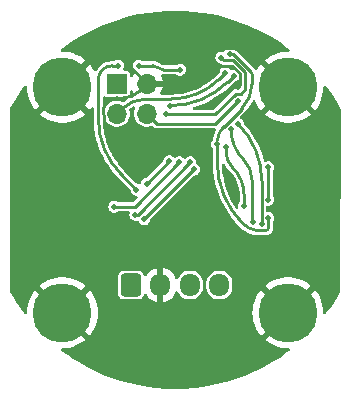
<source format=gbr>
%TF.GenerationSoftware,KiCad,Pcbnew,8.0.6-8.0.6-0~ubuntu20.04.1*%
%TF.CreationDate,2024-11-07T01:45:43+05:00*%
%TF.ProjectId,AH3,4148332e-6b69-4636-9164-5f7063625858,rev?*%
%TF.SameCoordinates,Original*%
%TF.FileFunction,Copper,L2,Bot*%
%TF.FilePolarity,Positive*%
%FSLAX46Y46*%
G04 Gerber Fmt 4.6, Leading zero omitted, Abs format (unit mm)*
G04 Created by KiCad (PCBNEW 8.0.6-8.0.6-0~ubuntu20.04.1) date 2024-11-07 01:45:43*
%MOMM*%
%LPD*%
G01*
G04 APERTURE LIST*
G04 Aperture macros list*
%AMRoundRect*
0 Rectangle with rounded corners*
0 $1 Rounding radius*
0 $2 $3 $4 $5 $6 $7 $8 $9 X,Y pos of 4 corners*
0 Add a 4 corners polygon primitive as box body*
4,1,4,$2,$3,$4,$5,$6,$7,$8,$9,$2,$3,0*
0 Add four circle primitives for the rounded corners*
1,1,$1+$1,$2,$3*
1,1,$1+$1,$4,$5*
1,1,$1+$1,$6,$7*
1,1,$1+$1,$8,$9*
0 Add four rect primitives between the rounded corners*
20,1,$1+$1,$2,$3,$4,$5,0*
20,1,$1+$1,$4,$5,$6,$7,0*
20,1,$1+$1,$6,$7,$8,$9,0*
20,1,$1+$1,$8,$9,$2,$3,0*%
G04 Aperture macros list end*
%TA.AperFunction,ComponentPad*%
%ADD10R,1.700000X1.700000*%
%TD*%
%TA.AperFunction,ComponentPad*%
%ADD11O,1.700000X1.700000*%
%TD*%
%TA.AperFunction,ComponentPad*%
%ADD12C,5.000000*%
%TD*%
%TA.AperFunction,ComponentPad*%
%ADD13RoundRect,0.250000X-0.600000X-0.725000X0.600000X-0.725000X0.600000X0.725000X-0.600000X0.725000X0*%
%TD*%
%TA.AperFunction,ComponentPad*%
%ADD14O,1.700000X1.950000*%
%TD*%
%TA.AperFunction,ViaPad*%
%ADD15C,0.500000*%
%TD*%
%TA.AperFunction,Conductor*%
%ADD16C,0.250000*%
%TD*%
G04 APERTURE END LIST*
D10*
%TO.P,J1,1,Pin_1*%
%TO.N,VDD*%
X131560000Y-86660000D03*
D11*
%TO.P,J1,2,Pin_2*%
%TO.N,GND*%
X134100000Y-86660000D03*
%TO.P,J1,3,Pin_3*%
%TO.N,/SWCLK*%
X131560000Y-89200000D03*
%TO.P,J1,4,Pin_4*%
%TO.N,/SWDIO*%
X134100000Y-89200000D03*
%TD*%
D12*
%TO.P,H2,1,1*%
%TO.N,GND*%
X146045941Y-106045941D03*
%TD*%
%TO.P,H3,1,1*%
%TO.N,GND*%
X126954058Y-106045941D03*
%TD*%
%TO.P,H4,1,1*%
%TO.N,GND*%
X146045941Y-86954058D03*
%TD*%
D13*
%TO.P,J3,1,Pin_1*%
%TO.N,VDD*%
X132750000Y-103700000D03*
D14*
%TO.P,J3,2,Pin_2*%
%TO.N,GND*%
X135250000Y-103700000D03*
%TO.P,J3,3,Pin_3*%
%TO.N,/SCL*%
X137750000Y-103700000D03*
%TO.P,J3,4,Pin_4*%
%TO.N,/SDA*%
X140250000Y-103700000D03*
%TD*%
D12*
%TO.P,H1,1,1*%
%TO.N,GND*%
X126954058Y-86954058D03*
%TD*%
D15*
%TO.N,GND*%
X141800000Y-86900000D03*
%TO.N,VDD*%
X136090000Y-88521000D03*
X141450000Y-86000000D03*
%TO.N,GND*%
X131300000Y-84350000D03*
X135875000Y-82125000D03*
X138240000Y-84330000D03*
X139100000Y-84330000D03*
X133600000Y-81900004D03*
X142350000Y-84200000D03*
X132770000Y-82470000D03*
X136680000Y-84840000D03*
X132850000Y-94080000D03*
X140980000Y-94685000D03*
%TO.N,/SCK1*%
X131350000Y-97080000D03*
X136850000Y-93300000D03*
%TO.N,/INT1*%
X133400000Y-85130000D03*
X136905000Y-85465000D03*
X133225000Y-95625000D03*
X131650000Y-85130000D03*
%TO.N,/NSS1*%
X140400000Y-84449996D03*
X134100000Y-95110000D03*
X136005000Y-93205000D03*
X135730000Y-89239998D03*
%TO.N,/MOSI1*%
X133870000Y-98120000D03*
X138100000Y-93900000D03*
%TO.N,/MISO1*%
X137790000Y-93310000D03*
X133130000Y-97770000D03*
%TO.N,/MOSI2*%
X141830000Y-90060000D03*
X143850000Y-98560000D03*
%TO.N,/NSS2*%
X144370000Y-98020000D03*
X140060000Y-91770000D03*
X141100000Y-84150000D03*
%TO.N,/SCK2*%
X140800000Y-92000000D03*
X142340624Y-97024824D03*
%TO.N,/INT2*%
X144390000Y-96480000D03*
X144380000Y-93730000D03*
%TO.N,/MISO2*%
X141230000Y-90490000D03*
X143125000Y-98370000D03*
%TO.N,/SWCLK*%
X140750000Y-85750000D03*
%TO.N,/SWDIO*%
X141800000Y-88130000D03*
%TD*%
D16*
%TO.N,GND*%
X139430000Y-84330000D02*
X140250000Y-85150000D01*
X141342463Y-85150000D02*
X141975000Y-85782537D01*
X140250000Y-85150000D02*
X141342463Y-85150000D01*
X141975000Y-85782537D02*
X141975000Y-86725000D01*
X141975000Y-86725000D02*
X141800000Y-86900000D01*
%TO.N,/NSS1*%
X139880002Y-89239998D02*
X141615558Y-87504442D01*
X135730000Y-89239998D02*
X139880002Y-89239998D01*
X140625004Y-84675000D02*
X140400000Y-84449996D01*
X141403450Y-84675000D02*
X140625004Y-84675000D01*
X142429442Y-85700992D02*
X141403450Y-84675000D01*
X142429442Y-87138326D02*
X142429442Y-85700992D01*
X142063326Y-87504442D02*
X142429442Y-87138326D01*
X141615558Y-87504442D02*
X142063326Y-87504442D01*
%TO.N,GND*%
X132008112Y-81900004D02*
X133600000Y-81900004D01*
X130674058Y-83234058D02*
X132008112Y-81900004D01*
X133930004Y-81900004D02*
X133600000Y-81900004D01*
X136680000Y-84840000D02*
X136680000Y-84650000D01*
X136680000Y-84650000D02*
X133930004Y-81900004D01*
%TO.N,VDD*%
X140936476Y-86513524D02*
X141450000Y-86000000D01*
X136090000Y-88521000D02*
G75*
G03*
X140936486Y-86513534I0J6854000D01*
G01*
%TO.N,GND*%
X135150000Y-101870000D02*
X135250000Y-101970000D01*
X135250000Y-101970000D02*
X135250000Y-103700000D01*
X146045941Y-86954058D02*
X143291883Y-84200000D01*
X139100000Y-84330000D02*
X139430000Y-84330000D01*
X141750000Y-83600000D02*
X140160000Y-83600000D01*
X134100000Y-86660000D02*
X133859624Y-86660000D01*
X146045941Y-106045941D02*
X141570000Y-101570000D01*
X126954058Y-106045941D02*
X131129999Y-101870000D01*
X131782929Y-84350000D02*
X131300000Y-84350000D01*
X134100000Y-86660000D02*
X131795000Y-84355000D01*
X131795000Y-84355000D02*
X131782929Y-84350000D01*
X142350000Y-84200000D02*
X141750000Y-83600000D01*
X141570000Y-101570000D02*
X135250000Y-101570000D01*
X143291883Y-84200000D02*
X142350000Y-84200000D01*
X140160000Y-83600000D02*
X139430000Y-84330000D01*
X134100000Y-86660000D02*
X133447401Y-87312599D01*
X138240000Y-84330000D02*
X139100000Y-84330000D01*
X132450310Y-93680310D02*
X132850000Y-94080000D01*
X130750000Y-88200000D02*
X130595863Y-88354137D01*
X131129999Y-101870000D02*
X135150000Y-101870000D01*
X138240000Y-84330000D02*
X138190000Y-84330000D01*
X135250000Y-101570000D02*
X135250000Y-103700000D01*
X132150000Y-87850000D02*
X131594974Y-87850000D01*
X130674058Y-83234058D02*
X126954058Y-86954058D01*
X131795000Y-84355000D02*
X130674058Y-83234058D01*
X133447401Y-87312599D02*
G75*
G02*
X132150000Y-87850001I-1297401J1297399D01*
G01*
X130595863Y-88354137D02*
G75*
G03*
X130419996Y-88778708I424537J-424563D01*
G01*
X131594974Y-87850000D02*
G75*
G03*
X130750007Y-88200007I26J-1195000D01*
G01*
X130420000Y-88778708D02*
G75*
G03*
X132450317Y-93680303I6931900J8D01*
G01*
%TO.N,/SCK1*%
X136850000Y-93300000D02*
X133070000Y-97080000D01*
X133070000Y-97080000D02*
X133000000Y-97080000D01*
X133000000Y-97080000D02*
X131350000Y-97080000D01*
%TO.N,/INT1*%
X130000000Y-86300000D02*
X130000000Y-89655987D01*
X136814000Y-85556000D02*
X136905000Y-85465000D01*
X131650000Y-85130000D02*
X131170000Y-85130000D01*
X133225000Y-95625000D02*
X133240000Y-95640000D01*
X135448345Y-85465000D02*
X136905000Y-85465000D01*
X131940310Y-94340310D02*
X133225000Y-95625000D01*
X133400000Y-85130000D02*
X134639584Y-85130000D01*
X131660000Y-85130000D02*
X131650000Y-85130000D01*
X134639584Y-85130000D02*
G75*
G02*
X135050005Y-85299995I16J-580400D01*
G01*
X130000000Y-89655987D02*
G75*
G03*
X131940310Y-94340310I6624600J-13D01*
G01*
X135050000Y-85300000D02*
G75*
G03*
X135448345Y-85464981I398300J398300D01*
G01*
X131170000Y-85130000D02*
G75*
G03*
X130000000Y-86300000I0J-1170000D01*
G01*
%TO.N,/NSS1*%
X134100000Y-95110000D02*
X134100001Y-95109999D01*
X134100000Y-95110000D02*
X136005000Y-93205000D01*
%TO.N,/MOSI1*%
X138100000Y-93900000D02*
X138090000Y-93900000D01*
X133870000Y-98120000D02*
X138090000Y-93900000D01*
%TO.N,/MISO1*%
X133330000Y-97770000D02*
X137790000Y-93310000D01*
X133150000Y-97770000D02*
X133330000Y-97770000D01*
X137790000Y-93310000D02*
X137800000Y-93300000D01*
%TO.N,/MOSI2*%
X143850000Y-98520710D02*
X143847935Y-98430456D01*
X143835131Y-98325627D02*
X143835131Y-94900814D01*
X143847935Y-98430456D02*
X143835131Y-98325627D01*
X143850000Y-98560000D02*
X143800000Y-98510000D01*
X143850000Y-98560000D02*
X143850000Y-98520710D01*
X143835131Y-94900814D02*
G75*
G03*
X141830004Y-90059996I-6845931J14D01*
G01*
%TO.N,/NSS2*%
X142950000Y-85685563D02*
X141414437Y-84150000D01*
X141100000Y-84150000D02*
X141400001Y-84150000D01*
X144400000Y-98850000D02*
X144400000Y-98050000D01*
X140610304Y-90301840D02*
X142142884Y-88769260D01*
X140045000Y-91755000D02*
X140060000Y-91770000D01*
X143632537Y-99085000D02*
X143501724Y-99082955D01*
X144370000Y-98020000D02*
X144370000Y-98000000D01*
X140062270Y-91624911D02*
X140060000Y-91770000D01*
X144165000Y-99085000D02*
X143632537Y-99085000D01*
X144375000Y-98025000D02*
X144370000Y-98020000D01*
X140060000Y-93285521D02*
X140060000Y-91770000D01*
X143000000Y-86700000D02*
X143000000Y-85806273D01*
X141414437Y-84150000D02*
X141100000Y-84150000D01*
X142142884Y-88769260D02*
G75*
G03*
X142999993Y-86700000I-2069284J2069260D01*
G01*
X144400000Y-98050000D02*
G75*
G03*
X144370000Y-98020000I-30000J0D01*
G01*
X143358146Y-99071192D02*
G75*
G02*
X142219821Y-98499864I262554J1942792D01*
G01*
X142219843Y-98499843D02*
G75*
G02*
X140059996Y-93285521I5214357J5214343D01*
G01*
X143358146Y-99071192D02*
X143501724Y-99082955D01*
X144165000Y-99085000D02*
G75*
G03*
X144400000Y-98850000I0J235000D01*
G01*
X140065168Y-91477879D02*
G75*
G02*
X140610331Y-90301867I1887932J-160821D01*
G01*
X143000000Y-85806273D02*
G75*
G03*
X142949985Y-85685578I-170700J-27D01*
G01*
%TO.N,/SCK2*%
X141379289Y-93779289D02*
X141350000Y-93750000D01*
X142340624Y-97024824D02*
X142338024Y-97024824D01*
X142340624Y-97024824D02*
X142340624Y-96100156D01*
X140800000Y-92422183D02*
X140800000Y-92000000D01*
X141350000Y-93750000D02*
G75*
G02*
X140800007Y-92422183I1327800J1327800D01*
G01*
X142340624Y-96100156D02*
G75*
G03*
X141379272Y-93779306I-3282224J-44D01*
G01*
%TO.N,/INT2*%
X144400000Y-93750000D02*
X144380000Y-93730000D01*
X144400000Y-96490000D02*
X144400000Y-93750000D01*
%TO.N,/MISO2*%
X142997594Y-98242594D02*
X142997594Y-94784140D01*
X141230000Y-90516792D02*
X141230000Y-90490000D01*
X143125000Y-98370000D02*
X142997594Y-98242594D01*
X141230000Y-90460000D02*
X141230000Y-90490000D01*
X142997594Y-94784140D02*
G75*
G03*
X142300012Y-93099988I-2381694J40D01*
G01*
X142300000Y-93100000D02*
G75*
G02*
X141230004Y-90516792I2583200J2583200D01*
G01*
%TO.N,/SWCLK*%
X131560000Y-89200000D02*
X131904903Y-88855097D01*
X140237953Y-86262046D02*
X140750000Y-85750000D01*
X134090000Y-87950000D02*
X136162873Y-87950000D01*
X136162873Y-87950000D02*
G75*
G03*
X140237960Y-86262053I27J5763000D01*
G01*
X131904903Y-88855097D02*
G75*
G02*
X134090000Y-87950002I2185097J-2185103D01*
G01*
%TO.N,/SWDIO*%
X139880000Y-90050000D02*
X141800000Y-88130000D01*
X134100000Y-89200000D02*
X134950000Y-90050000D01*
X141800000Y-88130000D02*
X141820000Y-88110000D01*
X134950000Y-90050000D02*
X139880000Y-90050000D01*
%TD*%
%TA.AperFunction,Conductor*%
%TO.N,GND*%
G36*
X149249702Y-86836130D02*
G01*
X149271432Y-86857595D01*
X149294700Y-86887081D01*
X149298332Y-86891923D01*
X149747868Y-87522595D01*
X149751259Y-87527605D01*
X150169514Y-88179478D01*
X150172656Y-88184649D01*
X150482983Y-88724558D01*
X150499476Y-88786366D01*
X150497423Y-104218411D01*
X150480898Y-104280243D01*
X150170413Y-104819776D01*
X150167269Y-104824943D01*
X149748791Y-105476439D01*
X149745399Y-105481447D01*
X149295643Y-106111777D01*
X149292010Y-106116614D01*
X149271380Y-106142732D01*
X149214380Y-106183139D01*
X149144582Y-106186314D01*
X149084148Y-106151250D01*
X149052265Y-106089079D01*
X149050284Y-106058660D01*
X149051025Y-106045941D01*
X149051025Y-106045937D01*
X149030705Y-105697071D01*
X149030704Y-105697060D01*
X148970026Y-105352938D01*
X148970024Y-105352929D01*
X148869795Y-105018140D01*
X148731385Y-104697270D01*
X148731379Y-104697257D01*
X148556651Y-104394618D01*
X148347973Y-104114315D01*
X148339791Y-104105643D01*
X147089619Y-105355814D01*
X146999387Y-105231621D01*
X146860261Y-105092495D01*
X146736066Y-105002261D01*
X147983121Y-103755206D01*
X147983120Y-103755205D01*
X147840460Y-103635498D01*
X147548479Y-103443460D01*
X147236201Y-103286626D01*
X147236195Y-103286624D01*
X146907810Y-103167102D01*
X146907807Y-103167101D01*
X146567769Y-103086511D01*
X146220664Y-103045941D01*
X145871218Y-103045941D01*
X145524113Y-103086511D01*
X145524111Y-103086511D01*
X145184074Y-103167101D01*
X145184071Y-103167102D01*
X144855686Y-103286624D01*
X144855680Y-103286626D01*
X144543402Y-103443460D01*
X144251421Y-103635498D01*
X144108760Y-103755205D01*
X144108759Y-103755206D01*
X145355815Y-105002261D01*
X145231621Y-105092495D01*
X145092495Y-105231621D01*
X145002261Y-105355814D01*
X143752089Y-104105642D01*
X143752088Y-104105643D01*
X143743917Y-104114304D01*
X143743913Y-104114309D01*
X143535230Y-104394618D01*
X143360502Y-104697257D01*
X143360496Y-104697270D01*
X143222086Y-105018140D01*
X143121857Y-105352929D01*
X143121855Y-105352938D01*
X143061177Y-105697060D01*
X143061176Y-105697071D01*
X143040857Y-106045937D01*
X143040857Y-106045944D01*
X143061176Y-106394810D01*
X143061177Y-106394821D01*
X143121855Y-106738943D01*
X143121857Y-106738952D01*
X143222086Y-107073741D01*
X143360496Y-107394611D01*
X143360502Y-107394624D01*
X143535230Y-107697263D01*
X143743908Y-107977566D01*
X143752089Y-107986237D01*
X145002260Y-106736065D01*
X145092495Y-106860261D01*
X145231621Y-106999387D01*
X145355814Y-107089619D01*
X144108759Y-108336674D01*
X144108760Y-108336675D01*
X144251425Y-108456386D01*
X144543402Y-108648421D01*
X144855680Y-108805255D01*
X144855686Y-108805257D01*
X145184071Y-108924779D01*
X145184074Y-108924780D01*
X145524112Y-109005370D01*
X145871217Y-109045940D01*
X145871218Y-109045941D01*
X146068480Y-109045941D01*
X146135519Y-109065626D01*
X146181274Y-109118430D01*
X146191218Y-109187588D01*
X146162193Y-109251144D01*
X146144347Y-109268023D01*
X145980193Y-109394997D01*
X145975321Y-109398580D01*
X145340463Y-109841917D01*
X145335421Y-109845258D01*
X144679695Y-110257115D01*
X144674497Y-110260205D01*
X143999491Y-110639588D01*
X143994148Y-110642422D01*
X143301431Y-110988449D01*
X143295956Y-110991019D01*
X142587199Y-111302854D01*
X142581606Y-111305154D01*
X141858462Y-111582069D01*
X141852762Y-111584093D01*
X141117032Y-111825400D01*
X141111242Y-111827145D01*
X140364545Y-112032313D01*
X140358675Y-112033772D01*
X139602925Y-112202273D01*
X139596992Y-112203445D01*
X138833893Y-112334901D01*
X138827910Y-112335782D01*
X138059317Y-112429873D01*
X138053297Y-112430461D01*
X137281055Y-112486962D01*
X137275014Y-112487257D01*
X136500889Y-112506038D01*
X136494842Y-112506037D01*
X135720743Y-112487051D01*
X135714702Y-112486755D01*
X134942455Y-112430046D01*
X134936436Y-112429456D01*
X134167864Y-112335160D01*
X134161881Y-112334277D01*
X133398845Y-112202623D01*
X133392911Y-112201450D01*
X132637173Y-112032740D01*
X132631305Y-112031279D01*
X131884697Y-111825922D01*
X131878906Y-111824176D01*
X131143203Y-111582660D01*
X131137505Y-111580634D01*
X130414466Y-111303539D01*
X130408873Y-111301238D01*
X129700174Y-110989203D01*
X129694700Y-110986631D01*
X129002101Y-110640433D01*
X128996758Y-110637598D01*
X128321829Y-110258023D01*
X128316632Y-110254931D01*
X127661030Y-109842907D01*
X127655989Y-109839565D01*
X127021249Y-109396059D01*
X127016377Y-109392475D01*
X126855547Y-109268003D01*
X126814579Y-109211405D01*
X126810713Y-109141642D01*
X126845178Y-109080864D01*
X126907030Y-109048367D01*
X126931441Y-109045941D01*
X127128781Y-109045941D01*
X127128781Y-109045940D01*
X127475885Y-109005370D01*
X127475887Y-109005370D01*
X127815924Y-108924780D01*
X127815927Y-108924779D01*
X128144312Y-108805257D01*
X128144318Y-108805255D01*
X128456596Y-108648421D01*
X128748567Y-108456390D01*
X128748568Y-108456389D01*
X128891237Y-108336675D01*
X128891238Y-108336674D01*
X127644184Y-107089620D01*
X127768378Y-106999387D01*
X127907504Y-106860261D01*
X127997736Y-106736067D01*
X129247907Y-107986238D01*
X129247909Y-107986237D01*
X129256080Y-107977577D01*
X129256091Y-107977564D01*
X129464768Y-107697263D01*
X129639496Y-107394624D01*
X129639502Y-107394611D01*
X129777912Y-107073741D01*
X129878141Y-106738952D01*
X129878143Y-106738943D01*
X129938821Y-106394821D01*
X129938822Y-106394810D01*
X129959142Y-106045944D01*
X129959142Y-106045937D01*
X129938822Y-105697071D01*
X129938821Y-105697060D01*
X129878143Y-105352938D01*
X129878141Y-105352929D01*
X129777912Y-105018140D01*
X129639502Y-104697270D01*
X129639496Y-104697257D01*
X129464768Y-104394618D01*
X129256090Y-104114315D01*
X129247908Y-104105643D01*
X127997736Y-105355814D01*
X127907504Y-105231621D01*
X127768378Y-105092495D01*
X127644183Y-105002261D01*
X128891238Y-103755206D01*
X128891237Y-103755205D01*
X128748577Y-103635498D01*
X128456596Y-103443460D01*
X128144318Y-103286626D01*
X128144312Y-103286624D01*
X127815927Y-103167102D01*
X127815924Y-103167101D01*
X127475886Y-103086511D01*
X127128781Y-103045941D01*
X126779335Y-103045941D01*
X126432230Y-103086511D01*
X126432228Y-103086511D01*
X126092191Y-103167101D01*
X126092188Y-103167102D01*
X125763803Y-103286624D01*
X125763797Y-103286626D01*
X125451519Y-103443460D01*
X125159538Y-103635498D01*
X125016877Y-103755205D01*
X125016876Y-103755206D01*
X126263932Y-105002261D01*
X126139738Y-105092495D01*
X126000612Y-105231621D01*
X125910378Y-105355814D01*
X124660206Y-104105642D01*
X124660205Y-104105643D01*
X124652034Y-104114304D01*
X124652030Y-104114309D01*
X124443347Y-104394618D01*
X124268619Y-104697257D01*
X124268613Y-104697270D01*
X124130203Y-105018140D01*
X124029974Y-105352929D01*
X124029972Y-105352938D01*
X123969294Y-105697060D01*
X123969293Y-105697071D01*
X123948974Y-106045937D01*
X123948974Y-106045945D01*
X123949705Y-106058498D01*
X123933952Y-106126568D01*
X123883897Y-106175316D01*
X123815434Y-106189263D01*
X123750298Y-106163982D01*
X123728589Y-106142542D01*
X123708120Y-106116614D01*
X123705421Y-106113195D01*
X123701803Y-106108375D01*
X123252215Y-105477926D01*
X123248830Y-105472926D01*
X123042957Y-105152231D01*
X122830497Y-104821276D01*
X122827377Y-104816143D01*
X122584951Y-104394618D01*
X122517009Y-104276481D01*
X122500500Y-104214661D01*
X122500500Y-102927135D01*
X131649500Y-102927135D01*
X131649500Y-104472870D01*
X131649501Y-104472876D01*
X131655908Y-104532483D01*
X131706202Y-104667328D01*
X131706206Y-104667335D01*
X131792452Y-104782544D01*
X131792455Y-104782547D01*
X131907664Y-104868793D01*
X131907671Y-104868797D01*
X132042517Y-104919091D01*
X132042516Y-104919091D01*
X132049444Y-104919835D01*
X132102127Y-104925500D01*
X133397872Y-104925499D01*
X133457483Y-104919091D01*
X133592331Y-104868796D01*
X133707546Y-104782546D01*
X133793796Y-104667331D01*
X133844091Y-104532483D01*
X133844091Y-104532481D01*
X133845874Y-104524938D01*
X133849117Y-104525704D01*
X133870035Y-104475172D01*
X133927419Y-104435311D01*
X133997243Y-104432802D01*
X134057340Y-104468441D01*
X134077089Y-104496662D01*
X134095379Y-104532557D01*
X134220272Y-104704459D01*
X134220276Y-104704464D01*
X134370535Y-104854723D01*
X134370540Y-104854727D01*
X134542442Y-104979620D01*
X134731782Y-105076095D01*
X134933871Y-105141757D01*
X135000000Y-105152231D01*
X135000000Y-104104145D01*
X135066657Y-104142630D01*
X135187465Y-104175000D01*
X135312535Y-104175000D01*
X135433343Y-104142630D01*
X135500000Y-104104145D01*
X135500000Y-105152230D01*
X135566126Y-105141757D01*
X135566129Y-105141757D01*
X135768217Y-105076095D01*
X135957557Y-104979620D01*
X136129459Y-104854727D01*
X136129464Y-104854723D01*
X136279723Y-104704464D01*
X136279727Y-104704459D01*
X136404620Y-104532557D01*
X136501094Y-104343219D01*
X136516768Y-104294978D01*
X136556205Y-104237302D01*
X136620563Y-104210103D01*
X136689409Y-104222016D01*
X136740886Y-104269259D01*
X136745185Y-104276999D01*
X136808768Y-104401788D01*
X136910586Y-104541928D01*
X137033072Y-104664414D01*
X137173212Y-104766232D01*
X137327555Y-104844873D01*
X137492299Y-104898402D01*
X137663389Y-104925500D01*
X137663390Y-104925500D01*
X137836610Y-104925500D01*
X137836611Y-104925500D01*
X138007701Y-104898402D01*
X138172445Y-104844873D01*
X138326788Y-104766232D01*
X138466928Y-104664414D01*
X138589414Y-104541928D01*
X138691232Y-104401788D01*
X138769873Y-104247445D01*
X138823402Y-104082701D01*
X138850500Y-103911611D01*
X138850500Y-103488389D01*
X139149500Y-103488389D01*
X139149500Y-103911611D01*
X139176598Y-104082701D01*
X139230127Y-104247445D01*
X139308768Y-104401788D01*
X139410586Y-104541928D01*
X139533072Y-104664414D01*
X139673212Y-104766232D01*
X139827555Y-104844873D01*
X139992299Y-104898402D01*
X140163389Y-104925500D01*
X140163390Y-104925500D01*
X140336610Y-104925500D01*
X140336611Y-104925500D01*
X140507701Y-104898402D01*
X140672445Y-104844873D01*
X140826788Y-104766232D01*
X140966928Y-104664414D01*
X141089414Y-104541928D01*
X141191232Y-104401788D01*
X141269873Y-104247445D01*
X141323402Y-104082701D01*
X141350500Y-103911611D01*
X141350500Y-103488389D01*
X141323402Y-103317299D01*
X141269873Y-103152555D01*
X141191232Y-102998212D01*
X141089414Y-102858072D01*
X140966928Y-102735586D01*
X140826788Y-102633768D01*
X140672445Y-102555127D01*
X140507701Y-102501598D01*
X140507699Y-102501597D01*
X140507698Y-102501597D01*
X140376271Y-102480781D01*
X140336611Y-102474500D01*
X140163389Y-102474500D01*
X140123728Y-102480781D01*
X139992302Y-102501597D01*
X139827552Y-102555128D01*
X139673211Y-102633768D01*
X139593256Y-102691859D01*
X139533072Y-102735586D01*
X139533070Y-102735588D01*
X139533069Y-102735588D01*
X139410588Y-102858069D01*
X139410588Y-102858070D01*
X139410586Y-102858072D01*
X139366859Y-102918256D01*
X139308768Y-102998211D01*
X139230128Y-103152552D01*
X139176597Y-103317302D01*
X139176185Y-103319905D01*
X139149500Y-103488389D01*
X138850500Y-103488389D01*
X138823402Y-103317299D01*
X138769873Y-103152555D01*
X138691232Y-102998212D01*
X138589414Y-102858072D01*
X138466928Y-102735586D01*
X138326788Y-102633768D01*
X138172445Y-102555127D01*
X138007701Y-102501598D01*
X138007699Y-102501597D01*
X138007698Y-102501597D01*
X137876271Y-102480781D01*
X137836611Y-102474500D01*
X137663389Y-102474500D01*
X137623728Y-102480781D01*
X137492302Y-102501597D01*
X137327552Y-102555128D01*
X137173211Y-102633768D01*
X137093256Y-102691859D01*
X137033072Y-102735586D01*
X137033070Y-102735588D01*
X137033069Y-102735588D01*
X136910588Y-102858069D01*
X136910588Y-102858070D01*
X136910586Y-102858072D01*
X136866859Y-102918256D01*
X136808768Y-102998211D01*
X136745185Y-103123000D01*
X136697210Y-103173796D01*
X136629389Y-103190591D01*
X136563254Y-103168053D01*
X136519803Y-103113338D01*
X136516768Y-103105022D01*
X136501093Y-103056778D01*
X136404620Y-102867442D01*
X136279727Y-102695540D01*
X136279723Y-102695535D01*
X136129464Y-102545276D01*
X136129459Y-102545272D01*
X135957557Y-102420379D01*
X135768215Y-102323903D01*
X135566124Y-102258241D01*
X135500000Y-102247768D01*
X135500000Y-103295854D01*
X135433343Y-103257370D01*
X135312535Y-103225000D01*
X135187465Y-103225000D01*
X135066657Y-103257370D01*
X135000000Y-103295854D01*
X135000000Y-102247768D01*
X134999999Y-102247768D01*
X134933875Y-102258241D01*
X134731784Y-102323903D01*
X134542442Y-102420379D01*
X134370540Y-102545272D01*
X134370535Y-102545276D01*
X134220276Y-102695535D01*
X134220272Y-102695540D01*
X134095377Y-102867444D01*
X134077087Y-102903339D01*
X134029112Y-102954133D01*
X133961290Y-102970927D01*
X133895156Y-102948388D01*
X133851706Y-102893672D01*
X133846976Y-102874807D01*
X133845876Y-102875068D01*
X133844092Y-102867520D01*
X133840567Y-102858070D01*
X133793796Y-102732669D01*
X133793795Y-102732668D01*
X133793793Y-102732664D01*
X133707547Y-102617455D01*
X133707544Y-102617452D01*
X133592335Y-102531206D01*
X133592328Y-102531202D01*
X133457482Y-102480908D01*
X133457483Y-102480908D01*
X133397883Y-102474501D01*
X133397881Y-102474500D01*
X133397873Y-102474500D01*
X133397864Y-102474500D01*
X132102129Y-102474500D01*
X132102123Y-102474501D01*
X132042516Y-102480908D01*
X131907671Y-102531202D01*
X131907664Y-102531206D01*
X131792455Y-102617452D01*
X131792452Y-102617455D01*
X131706206Y-102732664D01*
X131706202Y-102732671D01*
X131655908Y-102867517D01*
X131649501Y-102927116D01*
X131649500Y-102927135D01*
X122500500Y-102927135D01*
X122500500Y-88786391D01*
X122516993Y-88724599D01*
X122524577Y-88711404D01*
X122827349Y-88184638D01*
X122830485Y-88179478D01*
X122834463Y-88173279D01*
X123248745Y-87527596D01*
X123252131Y-87522595D01*
X123523603Y-87141736D01*
X123701675Y-86891912D01*
X123705279Y-86887106D01*
X123728565Y-86857596D01*
X123785547Y-86817163D01*
X123855343Y-86813955D01*
X123915794Y-86848991D01*
X123947706Y-86911147D01*
X123949698Y-86941620D01*
X123948974Y-86954052D01*
X123948974Y-86954061D01*
X123969293Y-87302927D01*
X123969294Y-87302938D01*
X124029972Y-87647060D01*
X124029974Y-87647069D01*
X124130203Y-87981858D01*
X124268613Y-88302728D01*
X124268619Y-88302741D01*
X124443347Y-88605380D01*
X124652025Y-88885683D01*
X124660206Y-88894354D01*
X125910378Y-87644183D01*
X126000612Y-87768378D01*
X126139738Y-87907504D01*
X126263931Y-87997736D01*
X125016876Y-89244791D01*
X125016877Y-89244792D01*
X125159542Y-89364503D01*
X125451519Y-89556538D01*
X125763797Y-89713372D01*
X125763803Y-89713374D01*
X126092188Y-89832896D01*
X126092191Y-89832897D01*
X126432229Y-89913487D01*
X126779334Y-89954057D01*
X126779335Y-89954058D01*
X127128781Y-89954058D01*
X127128781Y-89954057D01*
X127475885Y-89913487D01*
X127475887Y-89913487D01*
X127815924Y-89832897D01*
X127815927Y-89832896D01*
X128144312Y-89713374D01*
X128144318Y-89713372D01*
X128456596Y-89556538D01*
X128748567Y-89364507D01*
X128748568Y-89364506D01*
X128891237Y-89244792D01*
X128891238Y-89244791D01*
X127644184Y-87997736D01*
X127768378Y-87907504D01*
X127907504Y-87768378D01*
X127997736Y-87644184D01*
X129247907Y-88894355D01*
X129247909Y-88894354D01*
X129256080Y-88885694D01*
X129256091Y-88885681D01*
X129401037Y-88690986D01*
X129456859Y-88648967D01*
X129526537Y-88643798D01*
X129587949Y-88677121D01*
X129621596Y-88738355D01*
X129624500Y-88765034D01*
X129624500Y-89905999D01*
X129660170Y-90404744D01*
X129731330Y-90899681D01*
X129837613Y-91388261D01*
X129837616Y-91388271D01*
X129882182Y-91540047D01*
X129978488Y-91868036D01*
X130151140Y-92330934D01*
X130153233Y-92336544D01*
X130360937Y-92791354D01*
X130360941Y-92791361D01*
X130600577Y-93230221D01*
X130600585Y-93230234D01*
X130870896Y-93650848D01*
X130870904Y-93650858D01*
X130870908Y-93650863D01*
X130870911Y-93650868D01*
X131170563Y-94051155D01*
X131498008Y-94429045D01*
X131498022Y-94429059D01*
X132694432Y-95625469D01*
X132727917Y-95686792D01*
X132729489Y-95695502D01*
X132739834Y-95767454D01*
X132739835Y-95767457D01*
X132799623Y-95898373D01*
X132893872Y-96007143D01*
X133014947Y-96084953D01*
X133014950Y-96084954D01*
X133014949Y-96084954D01*
X133153036Y-96125499D01*
X133153038Y-96125500D01*
X133194101Y-96125500D01*
X133261140Y-96145185D01*
X133306895Y-96197989D01*
X133316839Y-96267147D01*
X133287814Y-96330703D01*
X133281782Y-96337181D01*
X132950782Y-96668181D01*
X132889459Y-96701666D01*
X132863101Y-96704500D01*
X131727874Y-96704500D01*
X131660835Y-96684815D01*
X131660834Y-96684815D01*
X131560051Y-96620046D01*
X131560050Y-96620045D01*
X131421963Y-96579500D01*
X131421961Y-96579500D01*
X131278039Y-96579500D01*
X131278036Y-96579500D01*
X131139949Y-96620045D01*
X131018873Y-96697856D01*
X130924623Y-96806626D01*
X130924622Y-96806628D01*
X130864834Y-96937543D01*
X130844353Y-97080000D01*
X130864834Y-97222456D01*
X130924622Y-97353371D01*
X130924623Y-97353373D01*
X131018872Y-97462143D01*
X131139947Y-97539953D01*
X131139950Y-97539954D01*
X131139949Y-97539954D01*
X131278036Y-97580499D01*
X131278038Y-97580500D01*
X131278039Y-97580500D01*
X131421962Y-97580500D01*
X131421962Y-97580499D01*
X131529121Y-97549035D01*
X131560050Y-97539954D01*
X131560050Y-97539953D01*
X131560053Y-97539953D01*
X131660834Y-97475184D01*
X131727874Y-97455500D01*
X132530457Y-97455500D01*
X132597496Y-97475185D01*
X132643251Y-97527989D01*
X132653195Y-97597147D01*
X132646812Y-97618883D01*
X132647333Y-97619036D01*
X132644834Y-97627542D01*
X132624353Y-97770000D01*
X132644834Y-97912456D01*
X132654899Y-97934494D01*
X132704623Y-98043373D01*
X132798872Y-98152143D01*
X132919947Y-98229953D01*
X132919950Y-98229954D01*
X132919949Y-98229954D01*
X133058036Y-98270499D01*
X133058038Y-98270500D01*
X133058039Y-98270500D01*
X133201962Y-98270500D01*
X133201962Y-98270499D01*
X133229374Y-98262451D01*
X133263358Y-98252473D01*
X133333227Y-98252473D01*
X133392005Y-98290248D01*
X133411085Y-98319937D01*
X133444623Y-98393373D01*
X133538872Y-98502143D01*
X133659947Y-98579953D01*
X133659950Y-98579954D01*
X133659949Y-98579954D01*
X133798036Y-98620499D01*
X133798038Y-98620500D01*
X133798039Y-98620500D01*
X133941962Y-98620500D01*
X133941962Y-98620499D01*
X134080053Y-98579953D01*
X134201128Y-98502143D01*
X134295377Y-98393373D01*
X134355165Y-98262457D01*
X134365509Y-98190502D01*
X134394533Y-98126949D01*
X134400552Y-98120483D01*
X138084218Y-94436819D01*
X138145541Y-94403334D01*
X138171899Y-94400500D01*
X138171962Y-94400500D01*
X138171962Y-94400499D01*
X138310053Y-94359953D01*
X138431128Y-94282143D01*
X138525377Y-94173373D01*
X138585165Y-94042457D01*
X138605647Y-93900000D01*
X138585165Y-93757543D01*
X138525377Y-93626627D01*
X138431128Y-93517857D01*
X138346788Y-93463655D01*
X138301034Y-93410852D01*
X138291090Y-93341693D01*
X138293153Y-93327343D01*
X138295647Y-93310000D01*
X138275165Y-93167543D01*
X138215377Y-93036627D01*
X138121128Y-92927857D01*
X138000053Y-92850047D01*
X138000051Y-92850046D01*
X138000049Y-92850045D01*
X138000050Y-92850045D01*
X137861963Y-92809500D01*
X137861961Y-92809500D01*
X137718039Y-92809500D01*
X137718036Y-92809500D01*
X137579949Y-92850045D01*
X137458872Y-92927857D01*
X137458869Y-92927859D01*
X137418044Y-92974974D01*
X137359266Y-93012748D01*
X137289396Y-93012748D01*
X137230619Y-92974973D01*
X137181129Y-92917858D01*
X137181128Y-92917857D01*
X137060053Y-92840047D01*
X137060051Y-92840046D01*
X137060049Y-92840045D01*
X137060050Y-92840045D01*
X136921963Y-92799500D01*
X136921961Y-92799500D01*
X136778039Y-92799500D01*
X136778036Y-92799500D01*
X136639949Y-92840045D01*
X136639946Y-92840046D01*
X136544754Y-92901222D01*
X136477715Y-92920906D01*
X136410676Y-92901221D01*
X136384003Y-92878108D01*
X136336129Y-92822858D01*
X136336128Y-92822857D01*
X136215053Y-92745047D01*
X136215051Y-92745046D01*
X136215049Y-92745045D01*
X136215050Y-92745045D01*
X136076963Y-92704500D01*
X136076961Y-92704500D01*
X135933039Y-92704500D01*
X135933036Y-92704500D01*
X135794949Y-92745045D01*
X135673873Y-92822856D01*
X135579623Y-92931626D01*
X135579622Y-92931628D01*
X135519835Y-93062541D01*
X135519834Y-93062546D01*
X135509489Y-93134495D01*
X135480463Y-93198051D01*
X135474432Y-93204528D01*
X134105602Y-94573360D01*
X134044279Y-94606845D01*
X134035571Y-94608416D01*
X134028041Y-94609498D01*
X133889949Y-94650045D01*
X133768873Y-94727856D01*
X133674623Y-94836626D01*
X133674622Y-94836628D01*
X133614834Y-94967543D01*
X133600672Y-95066049D01*
X133571647Y-95129605D01*
X133512869Y-95167379D01*
X133443000Y-95167379D01*
X133296965Y-95124500D01*
X133289429Y-95123417D01*
X133225874Y-95094391D01*
X133219397Y-95088360D01*
X132207416Y-94076379D01*
X132204342Y-94073194D01*
X132173284Y-94039836D01*
X131904862Y-93751531D01*
X131899067Y-93744842D01*
X131876435Y-93716758D01*
X131674652Y-93466361D01*
X131624725Y-93404405D01*
X131619420Y-93397319D01*
X131370056Y-93038168D01*
X131365270Y-93030722D01*
X131340805Y-92989489D01*
X131142153Y-92654679D01*
X131137914Y-92646915D01*
X131136371Y-92643833D01*
X130982553Y-92336544D01*
X130942200Y-92255929D01*
X130938523Y-92247877D01*
X130771199Y-91843921D01*
X130768106Y-91835627D01*
X130667307Y-91532772D01*
X130630029Y-91420770D01*
X130627537Y-91412283D01*
X130625072Y-91402627D01*
X130519404Y-90988625D01*
X130517524Y-90979982D01*
X130503036Y-90899681D01*
X130439892Y-90549690D01*
X130438633Y-90540934D01*
X130428339Y-90445185D01*
X130391891Y-90106174D01*
X130391263Y-90097380D01*
X130381872Y-89834419D01*
X130399151Y-89766722D01*
X130450289Y-89719112D01*
X130519048Y-89706707D01*
X130583600Y-89733445D01*
X130616793Y-89774723D01*
X130620328Y-89781823D01*
X130743237Y-89944581D01*
X130893958Y-90081980D01*
X130893960Y-90081982D01*
X130918800Y-90097362D01*
X131067363Y-90189348D01*
X131257544Y-90263024D01*
X131458024Y-90300500D01*
X131458026Y-90300500D01*
X131661974Y-90300500D01*
X131661976Y-90300500D01*
X131862456Y-90263024D01*
X132052637Y-90189348D01*
X132226041Y-90081981D01*
X132376764Y-89944579D01*
X132499673Y-89781821D01*
X132590582Y-89599250D01*
X132646397Y-89403083D01*
X132665215Y-89200000D01*
X132646397Y-88996917D01*
X132610498Y-88870746D01*
X132611084Y-88800881D01*
X132649351Y-88742422D01*
X132669778Y-88728288D01*
X132906059Y-88597701D01*
X132918566Y-88591678D01*
X132933606Y-88585448D01*
X133003074Y-88577980D01*
X133065553Y-88609255D01*
X133101205Y-88669344D01*
X133098711Y-88739169D01*
X133092058Y-88755280D01*
X133069423Y-88800738D01*
X133069417Y-88800752D01*
X133013602Y-88996917D01*
X132994785Y-89199999D01*
X132994785Y-89200000D01*
X133013602Y-89403082D01*
X133069417Y-89599247D01*
X133069422Y-89599260D01*
X133160327Y-89781821D01*
X133283237Y-89944581D01*
X133433958Y-90081980D01*
X133433960Y-90081982D01*
X133458800Y-90097362D01*
X133607363Y-90189348D01*
X133797544Y-90263024D01*
X133998024Y-90300500D01*
X133998026Y-90300500D01*
X134201974Y-90300500D01*
X134201976Y-90300500D01*
X134402456Y-90263024D01*
X134492556Y-90228118D01*
X134562174Y-90222256D01*
X134623914Y-90254965D01*
X134625027Y-90256064D01*
X134719438Y-90350475D01*
X134805063Y-90399911D01*
X134900564Y-90425500D01*
X134900565Y-90425500D01*
X134900566Y-90425500D01*
X139819001Y-90425500D01*
X139886040Y-90445185D01*
X139931795Y-90497989D01*
X139941739Y-90567147D01*
X139931501Y-90601651D01*
X139837766Y-90803852D01*
X139755142Y-91055101D01*
X139702250Y-91314235D01*
X139702248Y-91314250D01*
X139695814Y-91389767D01*
X139670510Y-91454893D01*
X139665977Y-91460440D01*
X139634625Y-91496623D01*
X139634622Y-91496628D01*
X139574834Y-91627543D01*
X139554353Y-91770000D01*
X139574834Y-91912456D01*
X139634622Y-92043371D01*
X139634623Y-92043373D01*
X139654212Y-92065980D01*
X139683238Y-92129534D01*
X139684500Y-92147183D01*
X139684500Y-93234156D01*
X139684496Y-93234169D01*
X139684496Y-93539225D01*
X139717681Y-94045520D01*
X139717681Y-94045522D01*
X139783911Y-94548581D01*
X139783913Y-94548592D01*
X139882899Y-95046220D01*
X139882901Y-95046230D01*
X140014225Y-95536336D01*
X140014227Y-95536343D01*
X140177322Y-96016800D01*
X140177326Y-96016811D01*
X140371496Y-96485578D01*
X140595909Y-96940644D01*
X140849602Y-97380052D01*
X140849618Y-97380077D01*
X141131502Y-97801946D01*
X141431689Y-98193158D01*
X141440384Y-98204489D01*
X141769657Y-98579954D01*
X141774937Y-98585974D01*
X141950436Y-98761473D01*
X141951359Y-98762406D01*
X142041695Y-98854675D01*
X142041699Y-98854678D01*
X142041702Y-98854681D01*
X142241282Y-99017973D01*
X142457621Y-99158308D01*
X142688091Y-99273981D01*
X142929891Y-99363587D01*
X143180085Y-99426037D01*
X143250041Y-99435492D01*
X143265152Y-99439361D01*
X143265212Y-99439100D01*
X143273853Y-99441069D01*
X143273854Y-99441069D01*
X143273857Y-99441070D01*
X143314471Y-99444378D01*
X143320989Y-99445083D01*
X143361359Y-99450539D01*
X143361366Y-99450537D01*
X143370232Y-99450463D01*
X143370234Y-99450745D01*
X143385805Y-99450202D01*
X143388192Y-99450397D01*
X143422133Y-99453178D01*
X143445981Y-99457509D01*
X143446426Y-99457636D01*
X143479231Y-99458148D01*
X143487449Y-99458551D01*
X143524687Y-99461620D01*
X143524693Y-99461618D01*
X143527763Y-99461433D01*
X143550754Y-99459266D01*
X143569684Y-99459562D01*
X143582435Y-99460500D01*
X143583102Y-99460500D01*
X143628620Y-99460500D01*
X143630558Y-99460515D01*
X143634091Y-99460570D01*
X143676097Y-99461227D01*
X143676097Y-99461226D01*
X143676753Y-99461237D01*
X143689531Y-99460500D01*
X144233787Y-99460500D01*
X144367911Y-99429887D01*
X144491861Y-99370196D01*
X144599420Y-99284420D01*
X144685196Y-99176861D01*
X144744887Y-99052911D01*
X144775500Y-98918787D01*
X144775500Y-98850000D01*
X144775500Y-98796011D01*
X144775500Y-98360711D01*
X144792760Y-98301927D01*
X144791693Y-98301440D01*
X144795084Y-98294012D01*
X144795185Y-98293672D01*
X144795188Y-98293666D01*
X144795372Y-98293378D01*
X144795377Y-98293373D01*
X144855165Y-98162457D01*
X144875647Y-98020000D01*
X144855165Y-97877543D01*
X144795377Y-97746627D01*
X144701128Y-97637857D01*
X144580053Y-97560047D01*
X144580051Y-97560046D01*
X144580049Y-97560045D01*
X144580050Y-97560045D01*
X144441963Y-97519500D01*
X144441961Y-97519500D01*
X144334631Y-97519500D01*
X144267592Y-97499815D01*
X144221837Y-97447011D01*
X144210631Y-97395500D01*
X144210631Y-97104500D01*
X144230316Y-97037461D01*
X144283120Y-96991706D01*
X144334631Y-96980500D01*
X144461962Y-96980500D01*
X144461962Y-96980499D01*
X144600053Y-96939953D01*
X144721128Y-96862143D01*
X144815377Y-96753373D01*
X144875165Y-96622457D01*
X144895647Y-96480000D01*
X144875165Y-96337543D01*
X144815377Y-96206627D01*
X144805785Y-96195557D01*
X144776762Y-96132000D01*
X144775500Y-96114356D01*
X144775500Y-94084102D01*
X144795185Y-94017063D01*
X144805034Y-94003904D01*
X144805371Y-94003378D01*
X144805377Y-94003373D01*
X144865165Y-93872457D01*
X144885647Y-93730000D01*
X144865165Y-93587543D01*
X144805377Y-93456627D01*
X144711128Y-93347857D01*
X144590053Y-93270047D01*
X144590051Y-93270046D01*
X144590049Y-93270045D01*
X144590050Y-93270045D01*
X144451963Y-93229500D01*
X144451961Y-93229500D01*
X144308039Y-93229500D01*
X144308036Y-93229500D01*
X144161437Y-93272545D01*
X144160445Y-93269167D01*
X144107889Y-93276663D01*
X144044366Y-93247566D01*
X144006658Y-93188745D01*
X144005915Y-93186092D01*
X143903378Y-92803417D01*
X143903375Y-92803407D01*
X143903375Y-92803406D01*
X143751402Y-92355708D01*
X143751394Y-92355688D01*
X143743980Y-92337789D01*
X143570462Y-91918877D01*
X143513720Y-91803816D01*
X143361343Y-91494824D01*
X143124943Y-91085366D01*
X143124927Y-91085341D01*
X142862257Y-90692228D01*
X142574434Y-90317129D01*
X142526984Y-90263023D01*
X142357310Y-90069547D01*
X142327908Y-90006166D01*
X142327801Y-90005435D01*
X142315165Y-89917543D01*
X142276508Y-89832896D01*
X142255379Y-89786630D01*
X142255376Y-89786626D01*
X142251214Y-89781823D01*
X142161128Y-89677857D01*
X142049621Y-89606196D01*
X142003867Y-89553393D01*
X141993923Y-89484234D01*
X142022948Y-89420679D01*
X142028966Y-89414214D01*
X142372080Y-89071101D01*
X142372102Y-89071088D01*
X142408408Y-89034781D01*
X142408409Y-89034782D01*
X142523109Y-88920081D01*
X142728919Y-88669299D01*
X142909156Y-88399552D01*
X143060742Y-88115952D01*
X143109703Y-88066110D01*
X143177841Y-88050649D01*
X143243520Y-88074480D01*
X143283958Y-88125293D01*
X143360496Y-88302728D01*
X143360502Y-88302741D01*
X143535230Y-88605380D01*
X143743908Y-88885683D01*
X143752089Y-88894354D01*
X145002260Y-87644182D01*
X145092495Y-87768378D01*
X145231621Y-87907504D01*
X145355814Y-87997736D01*
X144108759Y-89244791D01*
X144108760Y-89244792D01*
X144251425Y-89364503D01*
X144543402Y-89556538D01*
X144855680Y-89713372D01*
X144855686Y-89713374D01*
X145184071Y-89832896D01*
X145184074Y-89832897D01*
X145524112Y-89913487D01*
X145871217Y-89954057D01*
X145871218Y-89954058D01*
X146220664Y-89954058D01*
X146220664Y-89954057D01*
X146567768Y-89913487D01*
X146567770Y-89913487D01*
X146907807Y-89832897D01*
X146907810Y-89832896D01*
X147236195Y-89713374D01*
X147236201Y-89713372D01*
X147548479Y-89556538D01*
X147840450Y-89364507D01*
X147840451Y-89364506D01*
X147983120Y-89244792D01*
X147983121Y-89244791D01*
X146736067Y-87997736D01*
X146860261Y-87907504D01*
X146999387Y-87768378D01*
X147089620Y-87644184D01*
X148339791Y-88894355D01*
X148339792Y-88894354D01*
X148347963Y-88885694D01*
X148347974Y-88885681D01*
X148556651Y-88605380D01*
X148731379Y-88302741D01*
X148731385Y-88302728D01*
X148869795Y-87981858D01*
X148970024Y-87647069D01*
X148970026Y-87647060D01*
X149030704Y-87302938D01*
X149030705Y-87302927D01*
X149051024Y-86954062D01*
X149050300Y-86941626D01*
X149066050Y-86873555D01*
X149116102Y-86824804D01*
X149184565Y-86810853D01*
X149249702Y-86836130D01*
G37*
%TD.AperFunction*%
%TA.AperFunction,Conductor*%
G36*
X140645761Y-93423611D02*
G01*
X140679675Y-93466361D01*
X140702553Y-93513868D01*
X140773455Y-93626708D01*
X140837205Y-93728166D01*
X140980268Y-93907562D01*
X140995002Y-93926038D01*
X141045185Y-93976221D01*
X141045206Y-93976244D01*
X141067039Y-93998077D01*
X141067043Y-93998082D01*
X141108799Y-94039836D01*
X141111605Y-94042642D01*
X141115786Y-94047032D01*
X141230296Y-94173373D01*
X141301246Y-94251653D01*
X141308965Y-94261060D01*
X141471627Y-94480382D01*
X141478388Y-94490499D01*
X141618782Y-94724726D01*
X141624518Y-94735458D01*
X141741270Y-94982305D01*
X141745927Y-94993547D01*
X141837921Y-95250644D01*
X141841454Y-95262289D01*
X141907809Y-95527182D01*
X141910183Y-95539117D01*
X141950253Y-95809226D01*
X141951446Y-95821336D01*
X141964975Y-96096639D01*
X141965124Y-96102725D01*
X141965124Y-96647639D01*
X141945439Y-96714678D01*
X141934839Y-96728840D01*
X141915247Y-96751451D01*
X141915246Y-96751452D01*
X141855458Y-96882367D01*
X141834977Y-97024824D01*
X141843695Y-97085462D01*
X141833751Y-97154620D01*
X141787996Y-97207424D01*
X141720956Y-97227108D01*
X141653917Y-97207423D01*
X141619101Y-97173828D01*
X141570966Y-97104500D01*
X141549044Y-97072926D01*
X141544259Y-97065482D01*
X141293837Y-96643418D01*
X141289598Y-96635654D01*
X141261489Y-96579500D01*
X141069937Y-96196826D01*
X141066263Y-96188781D01*
X141042743Y-96132000D01*
X140878460Y-95735386D01*
X140875368Y-95727094D01*
X140812803Y-95539117D01*
X140720392Y-95261469D01*
X140717900Y-95252983D01*
X140717303Y-95250644D01*
X140596532Y-94777470D01*
X140594659Y-94768862D01*
X140507517Y-94285873D01*
X140506260Y-94277119D01*
X140504533Y-94261060D01*
X140453802Y-93789205D01*
X140453171Y-93780381D01*
X140452355Y-93757543D01*
X140444034Y-93524586D01*
X140461313Y-93456890D01*
X140512450Y-93409279D01*
X140581209Y-93396873D01*
X140645761Y-93423611D01*
G37*
%TD.AperFunction*%
%TA.AperFunction,Conductor*%
G36*
X142023655Y-86318552D02*
G01*
X142052680Y-86382108D01*
X142053942Y-86399755D01*
X142053942Y-86931427D01*
X142034257Y-86998466D01*
X142017623Y-87019108D01*
X141944108Y-87092623D01*
X141882785Y-87126108D01*
X141856427Y-87128942D01*
X141566122Y-87128942D01*
X141518370Y-87141737D01*
X141518369Y-87141736D01*
X141470624Y-87154530D01*
X141470617Y-87154533D01*
X141446684Y-87168350D01*
X141427808Y-87179249D01*
X141417726Y-87185070D01*
X141384998Y-87203964D01*
X141384993Y-87203968D01*
X139760784Y-88828179D01*
X139699461Y-88861664D01*
X139673103Y-88864498D01*
X138103036Y-88864498D01*
X138035997Y-88844813D01*
X137990242Y-88792009D01*
X137980298Y-88722851D01*
X138009323Y-88659295D01*
X138068101Y-88621521D01*
X138070943Y-88620723D01*
X138113742Y-88609255D01*
X138189720Y-88588897D01*
X138189729Y-88588894D01*
X138189730Y-88588894D01*
X138637924Y-88436753D01*
X138637922Y-88436753D01*
X138637936Y-88436749D01*
X139075240Y-88255613D01*
X139499762Y-88046264D01*
X139909683Y-87809598D01*
X140303247Y-87546628D01*
X140678770Y-87258482D01*
X141034643Y-86946392D01*
X141201993Y-86779044D01*
X141240169Y-86740868D01*
X141444399Y-86536637D01*
X141505720Y-86503154D01*
X141514436Y-86501581D01*
X141521954Y-86500500D01*
X141521961Y-86500500D01*
X141521968Y-86500498D01*
X141660050Y-86459954D01*
X141660050Y-86459953D01*
X141660053Y-86459953D01*
X141781128Y-86382143D01*
X141836230Y-86318551D01*
X141895007Y-86280778D01*
X141964877Y-86280778D01*
X142023655Y-86318552D01*
G37*
%TD.AperFunction*%
%TA.AperFunction,Conductor*%
G36*
X130568385Y-87716650D02*
G01*
X130612260Y-87745966D01*
X130612262Y-87745966D01*
X130612263Y-87745967D01*
X130685321Y-87760499D01*
X130685324Y-87760500D01*
X132378874Y-87760500D01*
X132445913Y-87780185D01*
X132491668Y-87832989D01*
X132501612Y-87902147D01*
X132472587Y-87965703D01*
X132437327Y-87993858D01*
X132306140Y-88063978D01*
X132306127Y-88063986D01*
X132127738Y-88183181D01*
X132061061Y-88204058D01*
X132014054Y-88195705D01*
X131985515Y-88184649D01*
X131862456Y-88136976D01*
X131661976Y-88099500D01*
X131458024Y-88099500D01*
X131257544Y-88136976D01*
X131257541Y-88136976D01*
X131257541Y-88136977D01*
X131067364Y-88210651D01*
X131067357Y-88210655D01*
X130893960Y-88318017D01*
X130893958Y-88318019D01*
X130743237Y-88455418D01*
X130620327Y-88618178D01*
X130610500Y-88637914D01*
X130562997Y-88689151D01*
X130495334Y-88706572D01*
X130428993Y-88684646D01*
X130385039Y-88630334D01*
X130375500Y-88582642D01*
X130375500Y-87819755D01*
X130395185Y-87752716D01*
X130447989Y-87706961D01*
X130517147Y-87697017D01*
X130568385Y-87716650D01*
G37*
%TD.AperFunction*%
%TA.AperFunction,Conductor*%
G36*
X132865703Y-87232968D02*
G01*
X132896882Y-87274277D01*
X132926398Y-87337575D01*
X132926399Y-87337577D01*
X133061894Y-87531082D01*
X133068555Y-87537743D01*
X133102040Y-87599066D01*
X133097056Y-87668758D01*
X133055184Y-87724691D01*
X133016870Y-87744084D01*
X132921039Y-87773154D01*
X132765535Y-87837566D01*
X132696065Y-87845035D01*
X132633586Y-87813760D01*
X132597934Y-87753671D01*
X132600428Y-87683846D01*
X132614980Y-87654114D01*
X132645966Y-87607740D01*
X132660500Y-87534674D01*
X132660500Y-87326681D01*
X132680185Y-87259642D01*
X132732989Y-87213887D01*
X132802147Y-87203943D01*
X132865703Y-87232968D01*
G37*
%TD.AperFunction*%
%TA.AperFunction,Conductor*%
G36*
X137277297Y-80511382D02*
G01*
X137283332Y-80511676D01*
X138055794Y-80568318D01*
X138061781Y-80568905D01*
X138830531Y-80663154D01*
X138836498Y-80664033D01*
X139599795Y-80795678D01*
X139605670Y-80796841D01*
X140361600Y-80965552D01*
X140367434Y-80967004D01*
X141114233Y-81172387D01*
X141120021Y-81174131D01*
X141855911Y-81415696D01*
X141861604Y-81417721D01*
X142584806Y-81694881D01*
X142590399Y-81697182D01*
X143299253Y-82009303D01*
X143304720Y-82011872D01*
X143997466Y-82358178D01*
X144002810Y-82361014D01*
X144677886Y-82740723D01*
X144683051Y-82743797D01*
X145338801Y-83155983D01*
X145343804Y-83159300D01*
X145978659Y-83602974D01*
X145983516Y-83606547D01*
X146145583Y-83732006D01*
X146186544Y-83788607D01*
X146190402Y-83858370D01*
X146155930Y-83919144D01*
X146094074Y-83951634D01*
X146069677Y-83954058D01*
X145871218Y-83954058D01*
X145524113Y-83994628D01*
X145524111Y-83994628D01*
X145184074Y-84075218D01*
X145184071Y-84075219D01*
X144855686Y-84194741D01*
X144855680Y-84194743D01*
X144543402Y-84351577D01*
X144251421Y-84543615D01*
X144108760Y-84663322D01*
X144108759Y-84663323D01*
X145355814Y-85910378D01*
X145231621Y-86000612D01*
X145092495Y-86139738D01*
X145002261Y-86263931D01*
X143752089Y-85013759D01*
X143752088Y-85013760D01*
X143743917Y-85022421D01*
X143743913Y-85022426D01*
X143535233Y-85302732D01*
X143455838Y-85440247D01*
X143405271Y-85488462D01*
X143336663Y-85501684D01*
X143271799Y-85475716D01*
X143257986Y-85462190D01*
X143257832Y-85462345D01*
X143217424Y-85421949D01*
X143217424Y-85421948D01*
X143217410Y-85421936D01*
X141645000Y-83849526D01*
X141644999Y-83849525D01*
X141559375Y-83800090D01*
X141511623Y-83787295D01*
X141511621Y-83787294D01*
X141511619Y-83787293D01*
X141463870Y-83774499D01*
X141463192Y-83774410D01*
X141462252Y-83774065D01*
X141456024Y-83772397D01*
X141456173Y-83771839D01*
X141412348Y-83755788D01*
X141375341Y-83732005D01*
X141310053Y-83690047D01*
X141310051Y-83690046D01*
X141310049Y-83690045D01*
X141310050Y-83690045D01*
X141171963Y-83649500D01*
X141171961Y-83649500D01*
X141028039Y-83649500D01*
X141028036Y-83649500D01*
X140889949Y-83690045D01*
X140768873Y-83767856D01*
X140674623Y-83876626D01*
X140674621Y-83876630D01*
X140665950Y-83895616D01*
X140620194Y-83948419D01*
X140553154Y-83968102D01*
X140518223Y-83963079D01*
X140471963Y-83949496D01*
X140471961Y-83949496D01*
X140328039Y-83949496D01*
X140328036Y-83949496D01*
X140189949Y-83990041D01*
X140068873Y-84067852D01*
X139974623Y-84176622D01*
X139974622Y-84176624D01*
X139914834Y-84307539D01*
X139894353Y-84449996D01*
X139914834Y-84592452D01*
X139950270Y-84670045D01*
X139974623Y-84723369D01*
X140068872Y-84832139D01*
X140189947Y-84909949D01*
X140189950Y-84909950D01*
X140189949Y-84909950D01*
X140292548Y-84940075D01*
X140328039Y-84950496D01*
X140328043Y-84950496D01*
X140336816Y-84951758D01*
X140336300Y-84955342D01*
X140386835Y-84970181D01*
X140394016Y-84975230D01*
X140404497Y-84981281D01*
X140480067Y-85024911D01*
X140556873Y-85045490D01*
X140616533Y-85081855D01*
X140647062Y-85144701D01*
X140638768Y-85214077D01*
X140594283Y-85267955D01*
X140559715Y-85284242D01*
X140539948Y-85290046D01*
X140418873Y-85367856D01*
X140324623Y-85476626D01*
X140324622Y-85476628D01*
X140264835Y-85607541D01*
X140264834Y-85607546D01*
X140254489Y-85679495D01*
X140225463Y-85743051D01*
X140219432Y-85749528D01*
X139974172Y-85994789D01*
X139970662Y-85998164D01*
X139665374Y-86280369D01*
X139657971Y-86286692D01*
X139333412Y-86542555D01*
X139325535Y-86548278D01*
X138981908Y-86777882D01*
X138973606Y-86782970D01*
X138613012Y-86984912D01*
X138604337Y-86989332D01*
X138229016Y-87162357D01*
X138220020Y-87166083D01*
X137832287Y-87309124D01*
X137823027Y-87312133D01*
X137425248Y-87424317D01*
X137415781Y-87426589D01*
X137010459Y-87507211D01*
X137000842Y-87508735D01*
X136590402Y-87557312D01*
X136580696Y-87558075D01*
X136165054Y-87574404D01*
X136160186Y-87574500D01*
X135345908Y-87574500D01*
X135278869Y-87554815D01*
X135233114Y-87502011D01*
X135223170Y-87432853D01*
X135244333Y-87379377D01*
X135273597Y-87337583D01*
X135273599Y-87337579D01*
X135373429Y-87123492D01*
X135373432Y-87123486D01*
X135430636Y-86910000D01*
X134533012Y-86910000D01*
X134565925Y-86852993D01*
X134600000Y-86725826D01*
X134600000Y-86594174D01*
X134565925Y-86467007D01*
X134533012Y-86410000D01*
X135430636Y-86410000D01*
X135430635Y-86409999D01*
X135373432Y-86196513D01*
X135373429Y-86196507D01*
X135289681Y-86016907D01*
X135279189Y-85947829D01*
X135307709Y-85884045D01*
X135366185Y-85845806D01*
X135402050Y-85840503D01*
X135448369Y-85840500D01*
X135448378Y-85840500D01*
X136522543Y-85840500D01*
X136584540Y-85857111D01*
X136589894Y-85860202D01*
X136629648Y-85883153D01*
X136634639Y-85886195D01*
X136694947Y-85924953D01*
X136833036Y-85965499D01*
X136833038Y-85965500D01*
X136833039Y-85965500D01*
X136976962Y-85965500D01*
X136976962Y-85965499D01*
X137115053Y-85924953D01*
X137236128Y-85847143D01*
X137330377Y-85738373D01*
X137390165Y-85607457D01*
X137410647Y-85465000D01*
X137390165Y-85322543D01*
X137330377Y-85191627D01*
X137236128Y-85082857D01*
X137115053Y-85005047D01*
X137115051Y-85005046D01*
X137115049Y-85005045D01*
X137115050Y-85005045D01*
X136976963Y-84964500D01*
X136976961Y-84964500D01*
X136833039Y-84964500D01*
X136833036Y-84964500D01*
X136694949Y-85005045D01*
X136694948Y-85005046D01*
X136594166Y-85069815D01*
X136527126Y-85089500D01*
X135510974Y-85089500D01*
X135510901Y-85089495D01*
X135456441Y-85089499D01*
X135440253Y-85088439D01*
X135433553Y-85087557D01*
X135415885Y-85085232D01*
X135384624Y-85076857D01*
X135369495Y-85070592D01*
X135341452Y-85054404D01*
X135322109Y-85039562D01*
X135309912Y-85028865D01*
X135262329Y-84981281D01*
X135262327Y-84981280D01*
X135262326Y-84981279D01*
X135262325Y-84981278D01*
X135140594Y-84892837D01*
X135140590Y-84892835D01*
X135140586Y-84892832D01*
X135006524Y-84824527D01*
X134869091Y-84779875D01*
X134863422Y-84778033D01*
X134863420Y-84778032D01*
X134863421Y-84778032D01*
X134714807Y-84754498D01*
X134639574Y-84754500D01*
X133777874Y-84754500D01*
X133710835Y-84734815D01*
X133710834Y-84734815D01*
X133693024Y-84723369D01*
X133610053Y-84670047D01*
X133610052Y-84670046D01*
X133610051Y-84670046D01*
X133610050Y-84670045D01*
X133471963Y-84629500D01*
X133471961Y-84629500D01*
X133328039Y-84629500D01*
X133328036Y-84629500D01*
X133189949Y-84670045D01*
X133068873Y-84747856D01*
X132974623Y-84856626D01*
X132974622Y-84856628D01*
X132914834Y-84987543D01*
X132894353Y-85130000D01*
X132914834Y-85272456D01*
X132965770Y-85383988D01*
X132974623Y-85403373D01*
X133068872Y-85512143D01*
X133103667Y-85534504D01*
X133149422Y-85587308D01*
X133159366Y-85656466D01*
X133130341Y-85720022D01*
X133124311Y-85726500D01*
X133061887Y-85788925D01*
X133061886Y-85788926D01*
X132926400Y-85982420D01*
X132926399Y-85982422D01*
X132896882Y-86045723D01*
X132850710Y-86098162D01*
X132783516Y-86117314D01*
X132716635Y-86097098D01*
X132671300Y-86043933D01*
X132660500Y-85993318D01*
X132660500Y-85785323D01*
X132660499Y-85785321D01*
X132645967Y-85712264D01*
X132645966Y-85712260D01*
X132590601Y-85629399D01*
X132527606Y-85587308D01*
X132507739Y-85574033D01*
X132507735Y-85574032D01*
X132434677Y-85559500D01*
X132434674Y-85559500D01*
X132197024Y-85559500D01*
X132129985Y-85539815D01*
X132084230Y-85487011D01*
X132074286Y-85417853D01*
X132084230Y-85383988D01*
X132121337Y-85302735D01*
X132135165Y-85272457D01*
X132155647Y-85130000D01*
X132135165Y-84987543D01*
X132075377Y-84856627D01*
X131981128Y-84747857D01*
X131860053Y-84670047D01*
X131860051Y-84670046D01*
X131860049Y-84670045D01*
X131860050Y-84670045D01*
X131721963Y-84629500D01*
X131721961Y-84629500D01*
X131578039Y-84629500D01*
X131578036Y-84629500D01*
X131439949Y-84670045D01*
X131439948Y-84670046D01*
X131339166Y-84734815D01*
X131272126Y-84754500D01*
X131223989Y-84754500D01*
X131170000Y-84754500D01*
X131059464Y-84754500D01*
X131028003Y-84759023D01*
X130840642Y-84785961D01*
X130628517Y-84848246D01*
X130427440Y-84940075D01*
X130427417Y-84940088D01*
X130241456Y-85059598D01*
X130241450Y-85059602D01*
X130074374Y-85204374D01*
X129929602Y-85371450D01*
X129815626Y-85548801D01*
X129762822Y-85594555D01*
X129693664Y-85604499D01*
X129630108Y-85575474D01*
X129603924Y-85543761D01*
X129464768Y-85302735D01*
X129256090Y-85022432D01*
X129247908Y-85013760D01*
X127997736Y-86263931D01*
X127907504Y-86139738D01*
X127768378Y-86000612D01*
X127644183Y-85910378D01*
X128891238Y-84663323D01*
X128891237Y-84663322D01*
X128748577Y-84543615D01*
X128456596Y-84351577D01*
X128144318Y-84194743D01*
X128144312Y-84194741D01*
X127815927Y-84075219D01*
X127815924Y-84075218D01*
X127475886Y-83994628D01*
X127128781Y-83954058D01*
X126930324Y-83954058D01*
X126863285Y-83934373D01*
X126817530Y-83881569D01*
X126807586Y-83812411D01*
X126836611Y-83748855D01*
X126854419Y-83732005D01*
X126963575Y-83647504D01*
X127016487Y-83606544D01*
X127021320Y-83602988D01*
X127656195Y-83159300D01*
X127661179Y-83155995D01*
X128316966Y-82743786D01*
X128322094Y-82740733D01*
X128997198Y-82361009D01*
X129002524Y-82358182D01*
X129695303Y-82011860D01*
X129700730Y-82009310D01*
X130409614Y-81697176D01*
X130415177Y-81694887D01*
X131138415Y-81417713D01*
X131144075Y-81415701D01*
X131879989Y-81174128D01*
X131885750Y-81172391D01*
X132632574Y-80967001D01*
X132638389Y-80965554D01*
X133394336Y-80796839D01*
X133400196Y-80795680D01*
X134163507Y-80664032D01*
X134169462Y-80663155D01*
X134938222Y-80568904D01*
X134944201Y-80568319D01*
X135716669Y-80511676D01*
X135722700Y-80511382D01*
X136497009Y-80492487D01*
X136502991Y-80492487D01*
X137277297Y-80511382D01*
G37*
%TD.AperFunction*%
%TA.AperFunction,Conductor*%
G36*
X141263590Y-85070185D02*
G01*
X141284232Y-85086819D01*
X141485232Y-85287819D01*
X141518717Y-85349142D01*
X141513733Y-85418834D01*
X141471861Y-85474767D01*
X141406397Y-85499184D01*
X141397551Y-85499500D01*
X141378039Y-85499500D01*
X141336768Y-85511617D01*
X141308742Y-85519847D01*
X141238872Y-85519846D01*
X141180095Y-85482072D01*
X141175376Y-85476626D01*
X141081128Y-85367857D01*
X140960053Y-85290047D01*
X140960052Y-85290046D01*
X140960051Y-85290046D01*
X140954023Y-85287293D01*
X140901221Y-85241536D01*
X140881538Y-85174496D01*
X140901224Y-85107458D01*
X140954030Y-85061704D01*
X141005538Y-85050500D01*
X141196551Y-85050500D01*
X141263590Y-85070185D01*
G37*
%TD.AperFunction*%
%TD*%
M02*

</source>
